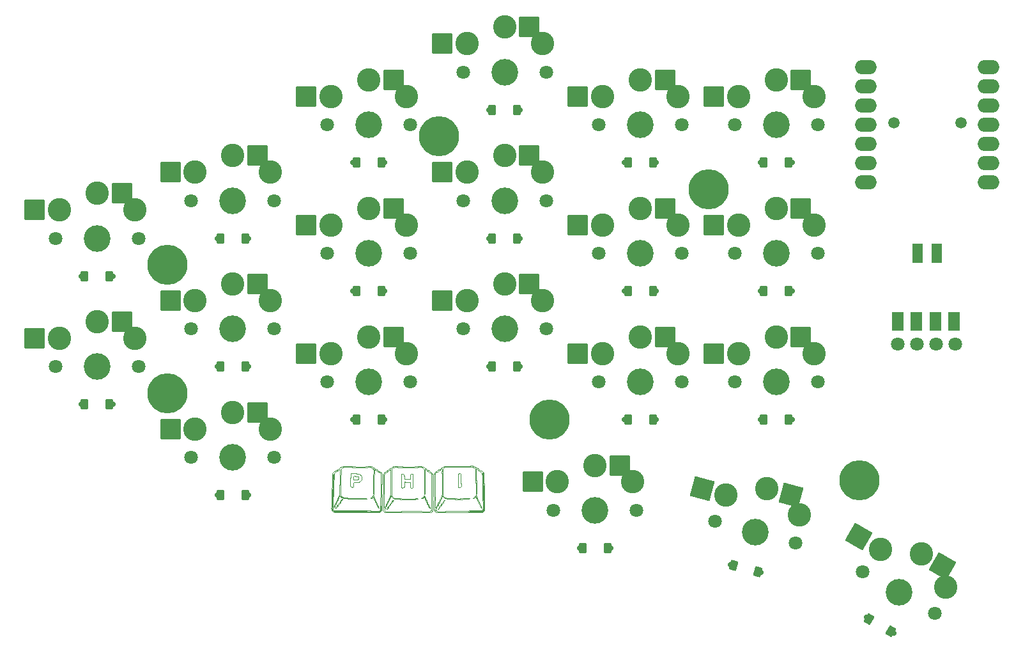
<source format=gbr>
%TF.GenerationSoftware,KiCad,Pcbnew,9.0.1*%
%TF.CreationDate,2025-06-09T17:49:50+02:00*%
%TF.ProjectId,pcb,7063622e-6b69-4636-9164-5f7063625858,v1.0.0*%
%TF.SameCoordinates,Original*%
%TF.FileFunction,Soldermask,Top*%
%TF.FilePolarity,Negative*%
%FSLAX46Y46*%
G04 Gerber Fmt 4.6, Leading zero omitted, Abs format (unit mm)*
G04 Created by KiCad (PCBNEW 9.0.1) date 2025-06-09 17:49:50*
%MOMM*%
%LPD*%
G01*
G04 APERTURE LIST*
G04 Aperture macros list*
%AMRoundRect*
0 Rectangle with rounded corners*
0 $1 Rounding radius*
0 $2 $3 $4 $5 $6 $7 $8 $9 X,Y pos of 4 corners*
0 Add a 4 corners polygon primitive as box body*
4,1,4,$2,$3,$4,$5,$6,$7,$8,$9,$2,$3,0*
0 Add four circle primitives for the rounded corners*
1,1,$1+$1,$2,$3*
1,1,$1+$1,$4,$5*
1,1,$1+$1,$6,$7*
1,1,$1+$1,$8,$9*
0 Add four rect primitives between the rounded corners*
20,1,$1+$1,$2,$3,$4,$5,0*
20,1,$1+$1,$4,$5,$6,$7,0*
20,1,$1+$1,$6,$7,$8,$9,0*
20,1,$1+$1,$8,$9,$2,$3,0*%
%AMFreePoly0*
4,1,16,0.535355,0.785355,0.541603,0.777735,1.041603,0.027735,1.049029,-0.009806,1.041603,-0.027735,0.541603,-0.777735,0.509806,-0.799029,0.500000,-0.800000,-0.500000,-0.800000,-0.535355,-0.785355,-0.550000,-0.750000,-0.550000,0.750000,-0.535355,0.785355,-0.500000,0.800000,0.500000,0.800000,0.535355,0.785355,0.535355,0.785355,$1*%
%AMFreePoly1*
4,1,16,0.535355,0.785355,0.550000,0.750000,0.550000,-0.750000,0.535355,-0.785355,0.500000,-0.800000,-0.650000,-0.800000,-0.685355,-0.785355,-0.700000,-0.750000,-0.691603,-0.722265,-0.210093,0.000000,-0.691603,0.722265,-0.699029,0.759806,-0.677735,0.791603,-0.650000,0.800000,0.500000,0.800000,0.535355,0.785355,0.535355,0.785355,$1*%
G04 Aperture macros list end*
%ADD10C,0.100000*%
%ADD11C,0.000000*%
%ADD12C,1.800000*%
%ADD13FreePoly0,90.000000*%
%ADD14FreePoly1,90.000000*%
%ADD15C,1.801800*%
%ADD16C,3.100000*%
%ADD17C,3.529000*%
%ADD18RoundRect,0.050000X-1.300000X-1.300000X1.300000X-1.300000X1.300000X1.300000X-1.300000X1.300000X0*%
%ADD19RoundRect,0.050000X-1.775833X-0.475833X0.475833X-1.775833X1.775833X0.475833X-0.475833X1.775833X0*%
%ADD20C,5.300000*%
%ADD21RoundRect,0.050000X-0.625000X-1.250000X0.625000X-1.250000X0.625000X1.250000X-0.625000X1.250000X0*%
%ADD22O,2.850000X1.900000*%
%ADD23C,1.497000*%
%ADD24RoundRect,0.050000X-1.592168X-0.919239X0.919239X-1.592168X1.592168X0.919239X-0.919239X1.592168X0*%
%ADD25C,0.700000*%
%ADD26RoundRect,0.050000X-0.450000X-0.600000X0.450000X-0.600000X0.450000X0.600000X-0.450000X0.600000X0*%
%ADD27RoundRect,0.050000X-0.689711X-0.294615X0.089711X-0.744615X0.689711X0.294615X-0.089711X0.744615X0*%
%ADD28RoundRect,0.050000X-0.589958X-0.463087X0.279375X-0.696024X0.589958X0.463087X-0.279375X0.696024X0*%
G04 APERTURE END LIST*
D10*
X217270404Y-164674213D02*
X217393772Y-164714381D01*
X217507058Y-164777573D01*
X217615694Y-164849069D01*
X217723613Y-164921846D01*
X217831597Y-164994222D01*
X217939863Y-165065973D01*
X218049012Y-165136800D01*
X218159327Y-165205483D01*
X218271903Y-165270108D01*
X218385128Y-165334197D01*
X218491493Y-165408625D01*
X218579918Y-165503312D01*
X218635022Y-165620545D01*
X218655655Y-165748786D01*
X218665258Y-165878456D01*
X218671184Y-166008289D01*
X218675346Y-166138179D01*
X218678513Y-166268242D01*
X218680979Y-166398095D01*
X218683310Y-166528133D01*
X218685954Y-166658198D01*
X218689119Y-166787970D01*
X218694224Y-166917892D01*
X218698289Y-167047916D01*
X218701210Y-167177848D01*
X218703699Y-167307785D01*
X218705906Y-167437779D01*
X218708135Y-167567795D01*
X218710805Y-167697802D01*
X218713943Y-167827784D01*
X218717821Y-167957617D01*
X218722493Y-168087541D01*
X218725690Y-168217439D01*
X218728400Y-168347603D01*
X218730720Y-168477466D01*
X218732687Y-168607488D01*
X218734815Y-168737427D01*
X218737317Y-168867299D01*
X218740237Y-168997380D01*
X218743864Y-169127353D01*
X218749207Y-169257145D01*
X218752825Y-169387080D01*
X218755898Y-169517123D01*
X218758656Y-169647164D01*
X218761169Y-169777148D01*
X218763446Y-169907073D01*
X218765460Y-170037097D01*
X218767091Y-170167039D01*
X218767855Y-170297022D01*
X218757278Y-170426394D01*
X218715510Y-170549092D01*
X218640186Y-170654366D01*
X218536532Y-170732321D01*
X218412980Y-170768260D01*
X218283250Y-170777204D01*
X218153362Y-170780974D01*
X218023253Y-170782911D01*
X217893328Y-170783972D01*
X217763185Y-170784560D01*
X217633252Y-170784867D01*
X217503312Y-170785001D01*
X217373293Y-170785032D01*
X217243348Y-170784996D01*
X217113230Y-170784922D01*
X216983304Y-170784827D01*
X216853329Y-170784727D01*
X216723394Y-170784628D01*
X216593320Y-170784568D01*
X216463183Y-170784628D01*
X216333357Y-170784759D01*
X216203355Y-170784959D01*
X216073213Y-170785222D01*
X215943333Y-170785548D01*
X215813391Y-170785936D01*
X215683272Y-170786387D01*
X215553254Y-170786901D01*
X215423309Y-170787477D01*
X215293312Y-170788123D01*
X215163417Y-170788838D01*
X215033261Y-170789630D01*
X214903354Y-170790505D01*
X214773388Y-170791474D01*
X214643277Y-170792557D01*
X214513394Y-170793772D01*
X214383332Y-170795166D01*
X214253450Y-170796808D01*
X214123420Y-170798872D01*
X213993303Y-170801573D01*
X213863409Y-170804052D01*
X213733396Y-170806354D01*
X213603344Y-170808496D01*
X213473550Y-170810478D01*
X213343552Y-170812314D01*
X213213512Y-170813979D01*
X213083420Y-170815439D01*
X212953612Y-170816612D01*
X212823489Y-170817224D01*
X212693504Y-170817574D01*
X212563401Y-170817927D01*
X212433534Y-170818278D01*
X212314896Y-170772414D01*
X212210359Y-170695760D01*
X212130289Y-170594107D01*
X212096840Y-170495356D01*
X212284054Y-170495356D01*
X212353412Y-170604457D01*
X212462169Y-170673826D01*
X212590099Y-170692347D01*
X212719964Y-170693587D01*
X212849986Y-170692621D01*
X212980020Y-170690921D01*
X213110001Y-170688889D01*
X213239967Y-170686689D01*
X213370021Y-170684396D01*
X213499941Y-170682196D01*
X213629895Y-170680038D01*
X213759903Y-170677744D01*
X213889905Y-170675318D01*
X214019842Y-170672756D01*
X214149873Y-170670040D01*
X214279694Y-170667133D01*
X214409753Y-170663855D01*
X214539753Y-170658159D01*
X214669435Y-170653427D01*
X214799532Y-170649371D01*
X214929485Y-170645645D01*
X215059270Y-170641977D01*
X215189245Y-170638311D01*
X215319173Y-170634645D01*
X215449211Y-170630968D01*
X215579051Y-170627287D01*
X215709156Y-170623584D01*
X215839027Y-170619873D01*
X215969030Y-170616077D01*
X216098903Y-170612214D01*
X216228874Y-170608600D01*
X216358777Y-170605191D01*
X216488808Y-170601950D01*
X216618721Y-170598866D01*
X216748689Y-170595921D01*
X216878723Y-170593110D01*
X217008738Y-170590434D01*
X217138636Y-170587902D01*
X217268667Y-170585521D01*
X217398588Y-170583322D01*
X217528671Y-170581349D01*
X217658520Y-170579577D01*
X217788616Y-170577742D01*
X217918595Y-170575810D01*
X218048563Y-170573600D01*
X218178555Y-170570587D01*
X218308396Y-170564250D01*
X218430813Y-170525853D01*
X218521306Y-170433810D01*
X218553308Y-170310346D01*
X218552156Y-170180234D01*
X218549557Y-170050313D01*
X218546320Y-169920452D01*
X218542651Y-169790552D01*
X218538629Y-169660652D01*
X218534496Y-169530504D01*
X218530432Y-169400625D01*
X218526437Y-169270763D01*
X218522519Y-169140732D01*
X218518697Y-169010756D01*
X218514981Y-168880876D01*
X218511381Y-168751016D01*
X218507894Y-168621036D01*
X218504528Y-168491086D01*
X218501278Y-168361112D01*
X218498144Y-168231203D01*
X218495112Y-168101178D01*
X218492177Y-167971185D01*
X218489329Y-167841257D01*
X218486555Y-167711256D01*
X218483850Y-167581339D01*
X218481198Y-167451241D01*
X218478600Y-167321309D01*
X218476046Y-167191397D01*
X218473529Y-167061470D01*
X218470963Y-166931443D01*
X218468380Y-166801312D01*
X218465778Y-166671484D01*
X218463122Y-166541443D01*
X218460392Y-166411626D01*
X218457522Y-166281514D01*
X218454418Y-166151493D01*
X218450883Y-166021647D01*
X218446400Y-165891789D01*
X218439093Y-165761849D01*
X218412031Y-165635485D01*
X218337803Y-165529810D01*
X218239188Y-165445171D01*
X218134806Y-165367658D01*
X218028773Y-165292532D01*
X217922024Y-165218301D01*
X217814655Y-165144994D01*
X217706188Y-165073272D01*
X217643018Y-165081163D01*
X217652365Y-165210734D01*
X217656824Y-165340631D01*
X217660510Y-165470485D01*
X217663742Y-165600424D01*
X217666636Y-165730564D01*
X217669233Y-165860476D01*
X217671564Y-165990412D01*
X217673796Y-166120338D01*
X217676061Y-166250474D01*
X217678360Y-166380524D01*
X217680692Y-166510419D01*
X217683070Y-166640340D01*
X217685510Y-166770402D01*
X217688039Y-166900441D01*
X217690740Y-167030264D01*
X217693801Y-167160297D01*
X217696523Y-167290151D01*
X217699004Y-167420225D01*
X217701312Y-167550120D01*
X217703475Y-167680164D01*
X217705482Y-167810172D01*
X217707549Y-167940185D01*
X217709869Y-168070188D01*
X217712190Y-168200089D01*
X217714510Y-168330078D01*
X217649395Y-168404081D01*
X217627530Y-168285154D01*
X217623138Y-168155175D01*
X217619502Y-168025110D01*
X217616263Y-167895346D01*
X217613269Y-167765370D01*
X217610454Y-167635382D01*
X217607780Y-167505371D01*
X217605223Y-167375425D01*
X217602761Y-167245441D01*
X217600381Y-167115368D01*
X217598078Y-166985413D01*
X217595843Y-166855579D01*
X217593664Y-166725505D01*
X217591544Y-166595497D01*
X217589477Y-166465590D01*
X217587457Y-166335523D01*
X217585525Y-166205492D01*
X217583404Y-166075689D01*
X217581081Y-165945655D01*
X217578579Y-165815513D01*
X217575901Y-165685586D01*
X217573001Y-165555593D01*
X217569748Y-165425833D01*
X217566123Y-165295757D01*
X217560758Y-165165935D01*
X217537669Y-165038560D01*
X217470796Y-164927795D01*
X217375321Y-164839999D01*
X217072828Y-164759868D01*
X216998737Y-164759067D01*
X216868576Y-164762235D01*
X216739002Y-164768993D01*
X216609047Y-164777461D01*
X216479414Y-164784908D01*
X216349662Y-164791464D01*
X216219684Y-164797204D01*
X216089814Y-164802170D01*
X215959745Y-164806411D01*
X215829958Y-164809943D01*
X215699908Y-164812799D01*
X215569871Y-164814976D01*
X215439836Y-164816480D01*
X215309938Y-164817297D01*
X215179903Y-164817412D01*
X215050058Y-164816799D01*
X214919942Y-164815413D01*
X214789867Y-164813199D01*
X214659967Y-164810090D01*
X214529996Y-164805981D01*
X214400103Y-164801268D01*
X214270320Y-164796603D01*
X214140377Y-164792065D01*
X214010418Y-164787836D01*
X213880468Y-164784286D01*
X213750500Y-164782351D01*
X213620592Y-164785283D01*
X213493545Y-164810350D01*
X213381699Y-164875614D01*
X213291369Y-164968675D01*
X213222549Y-165078699D01*
X213194674Y-165202235D01*
X213195570Y-165332175D01*
X213196466Y-165462221D01*
X213197363Y-165592152D01*
X213198229Y-165722066D01*
X213198968Y-165852189D01*
X213199787Y-165982180D01*
X213200690Y-166112109D01*
X213201674Y-166242019D01*
X213202749Y-166372181D01*
X213203909Y-166502068D01*
X213205163Y-166632123D01*
X213206510Y-166761997D01*
X213207962Y-166892003D01*
X213209524Y-167022128D01*
X213211199Y-167152041D01*
X213213004Y-167282168D01*
X213214948Y-167412103D01*
X213217051Y-167542048D01*
X213219338Y-167672027D01*
X213221842Y-167801921D01*
X213224618Y-167931835D01*
X213227756Y-168061994D01*
X213231394Y-168191749D01*
X213235899Y-168321808D01*
X213242568Y-168451545D01*
X213272932Y-168577229D01*
X213335110Y-168691157D01*
X213421556Y-168787836D01*
X213529175Y-168860298D01*
X213653047Y-168897133D01*
X213782320Y-168910512D01*
X213911831Y-168922360D01*
X214041314Y-168933458D01*
X214170909Y-168943567D01*
X214300577Y-168952679D01*
X214430273Y-168960789D01*
X214560117Y-168967902D01*
X214690063Y-168974010D01*
X214819901Y-168979098D01*
X214949750Y-168983164D01*
X215079727Y-168986204D01*
X215209780Y-168988206D01*
X215339699Y-168989155D01*
X215469914Y-168989040D01*
X215599893Y-168987849D01*
X215729898Y-168985564D01*
X215859716Y-168982173D01*
X215989761Y-168977643D01*
X216119502Y-168971975D01*
X216249344Y-168965125D01*
X216379217Y-168957069D01*
X216508742Y-168947805D01*
X216638406Y-168938452D01*
X216768218Y-168932736D01*
X216744719Y-169019496D01*
X216615546Y-169034810D01*
X216486016Y-169045092D01*
X216356186Y-169053371D01*
X216226545Y-169060334D01*
X216096452Y-169066297D01*
X215966697Y-169071350D01*
X215836761Y-169075561D01*
X215706753Y-169078910D01*
X215576704Y-169081326D01*
X215446681Y-169082666D01*
X215316901Y-169082708D01*
X215186772Y-169081442D01*
X215056867Y-169079072D01*
X214926782Y-169075726D01*
X214796966Y-169071503D01*
X214666918Y-169066440D01*
X214537270Y-169060579D01*
X214407355Y-169053881D01*
X214277621Y-169046320D01*
X214147896Y-169037797D01*
X214018141Y-169028137D01*
X213888745Y-169017062D01*
X213759375Y-169003904D01*
X213630471Y-168986956D01*
X213505193Y-168954358D01*
X213392004Y-168890725D01*
X213296221Y-168803280D01*
X213223656Y-168695875D01*
X213157501Y-168638872D01*
X213110196Y-168759867D01*
X213059002Y-168879464D01*
X213005446Y-168997799D01*
X212950416Y-169115558D01*
X212894315Y-169232937D01*
X212837483Y-169349741D01*
X212779904Y-169466290D01*
X212721641Y-169582579D01*
X212662787Y-169698451D01*
X212603197Y-169814107D01*
X212542929Y-169929249D01*
X212481719Y-170043971D01*
X212419289Y-170158002D01*
X212354912Y-170270753D01*
X212284785Y-170380233D01*
X212284054Y-170495356D01*
X212096840Y-170495356D01*
X212089337Y-170473205D01*
X212089768Y-170343087D01*
X212090199Y-170213276D01*
X212090629Y-170083283D01*
X212091061Y-169953211D01*
X212091491Y-169823267D01*
X212091921Y-169693257D01*
X212092354Y-169563182D01*
X212092783Y-169433239D01*
X212093228Y-169303320D01*
X212093591Y-169173215D01*
X212093766Y-169043318D01*
X212093788Y-168913218D01*
X212093681Y-168783132D01*
X212093457Y-168653153D01*
X212093131Y-168523091D01*
X212092708Y-168393177D01*
X212092191Y-168263226D01*
X212091585Y-168133284D01*
X212090888Y-168003214D01*
X212090101Y-167873196D01*
X212089220Y-167743129D01*
X212088242Y-167613291D01*
X212087156Y-167483315D01*
X212085950Y-167353332D01*
X212084611Y-167223178D01*
X212083112Y-167093141D01*
X212081420Y-166963267D01*
X212079727Y-166833233D01*
X212078075Y-166703160D01*
X212076485Y-166573276D01*
X212074987Y-166443277D01*
X212073638Y-166313221D01*
X212072535Y-166183229D01*
X212071881Y-166053304D01*
X212072187Y-165923306D01*
X212075409Y-165793454D01*
X212098986Y-165666256D01*
X212160759Y-165552468D01*
X212254957Y-165463467D01*
X212363137Y-165391527D01*
X212471787Y-165320142D01*
X212580492Y-165248552D01*
X212688969Y-165176961D01*
X212797452Y-165105210D01*
X212905824Y-165033383D01*
X213014154Y-164961725D01*
X213122969Y-164890469D01*
X213232677Y-164820761D01*
X213344947Y-164755472D01*
X213464111Y-164704168D01*
X213592488Y-164684888D01*
X213722373Y-164685062D01*
X213852327Y-164687617D01*
X213982192Y-164691553D01*
X214112206Y-164696207D01*
X214242172Y-164701471D01*
X214371959Y-164706789D01*
X214501831Y-164711564D01*
X214631832Y-164715728D01*
X214761790Y-164719214D01*
X214891632Y-164721960D01*
X215021661Y-164723921D01*
X215151804Y-164725053D01*
X215281774Y-164725321D01*
X215411742Y-164724715D01*
X215541740Y-164723236D01*
X215671788Y-164720901D01*
X215801555Y-164717751D01*
X215931675Y-164713813D01*
X216061520Y-164709160D01*
X216191413Y-164703840D01*
X216321292Y-164697921D01*
X216451001Y-164691468D01*
X216580968Y-164684521D01*
X216710638Y-164677171D01*
X216912357Y-164717359D01*
X216751543Y-164674759D01*
X216881222Y-164667438D01*
X217011127Y-164661743D01*
X217141173Y-164661079D01*
X217270404Y-164674213D01*
X210841228Y-168655954D02*
X210878647Y-168780276D01*
X210924243Y-168902256D01*
X210973279Y-169022583D01*
X211024536Y-169141917D01*
X211077530Y-169260663D01*
X211131901Y-169378800D01*
X211187417Y-169496280D01*
X211244121Y-169613430D01*
X211301718Y-169729775D01*
X211360395Y-169845725D01*
X211420205Y-169961337D01*
X211480999Y-170076218D01*
X211542377Y-170190897D01*
X211535793Y-170290972D01*
X211451524Y-170214697D01*
X211389336Y-170100435D01*
X211328816Y-169985561D01*
X211269091Y-169870010D01*
X211210122Y-169754121D01*
X211151875Y-169637872D01*
X211094491Y-169521245D01*
X211038280Y-169404038D01*
X210984381Y-169285736D01*
X210932965Y-169166386D01*
X210882823Y-169046475D01*
X210833785Y-168925897D01*
X210786829Y-168804747D01*
X210705374Y-168825849D01*
X210607483Y-168910651D01*
X210492157Y-168970473D01*
X210375839Y-168974270D01*
X210451433Y-168888627D01*
X210564657Y-168825495D01*
X210658337Y-168735766D01*
X210727163Y-168626018D01*
X210841228Y-168655954D01*
X199873875Y-169168953D02*
X199801496Y-169276668D01*
X199726138Y-169382686D01*
X199649841Y-169487882D01*
X199572994Y-169592860D01*
X199496051Y-169697489D01*
X199419152Y-169802292D01*
X199342061Y-169907206D01*
X199265051Y-170011695D01*
X199187691Y-170116254D01*
X199110105Y-170220467D01*
X199031078Y-170323989D01*
X198976776Y-170254070D01*
X199050894Y-170147274D01*
X199128436Y-170042930D01*
X199205573Y-169938290D01*
X199282444Y-169833478D01*
X199359223Y-169728620D01*
X199435994Y-169623892D01*
X199512988Y-169519041D01*
X199590178Y-169414250D01*
X199667437Y-169310001D01*
X199814483Y-169117313D01*
X199914074Y-169052843D01*
X199873875Y-169168953D01*
X201785067Y-166024568D02*
X201913994Y-166039512D01*
X202033432Y-166087864D01*
X202096867Y-166197806D01*
X202094193Y-166326953D01*
X202022757Y-166432763D01*
X201906852Y-166487221D01*
X201776847Y-166493835D01*
X201647062Y-166493440D01*
X201517131Y-166487744D01*
X201391595Y-166472415D01*
X201393824Y-166342382D01*
X201395919Y-166212548D01*
X201399625Y-166082476D01*
X201463058Y-166006831D01*
X201785067Y-166024568D01*
X198752535Y-165696918D02*
X198736498Y-165825672D01*
X198729251Y-165955559D01*
X198724922Y-166085429D01*
X198721372Y-166215283D01*
X198717494Y-166345385D01*
X198713421Y-166475243D01*
X198709204Y-166605167D01*
X198704873Y-166735119D01*
X198700448Y-166865149D01*
X198695949Y-166995035D01*
X198691379Y-167124956D01*
X198686752Y-167254764D01*
X198682061Y-167384701D01*
X198677312Y-167514707D01*
X198672514Y-167644587D01*
X198667666Y-167774395D01*
X198662757Y-167904422D01*
X198657802Y-168034303D01*
X198652794Y-168164070D01*
X198647717Y-168294104D01*
X198642588Y-168423851D01*
X198637379Y-168553830D01*
X198632096Y-168683713D01*
X198626722Y-168813596D01*
X198621231Y-168943545D01*
X198615598Y-169073526D01*
X198609847Y-169203202D01*
X198604212Y-169333056D01*
X198598746Y-169463093D01*
X198593531Y-169592853D01*
X198588641Y-169722892D01*
X198584240Y-169852833D01*
X198580583Y-169982729D01*
X198578169Y-170112818D01*
X198578229Y-170242652D01*
X198585471Y-170372369D01*
X198630692Y-170493245D01*
X198716944Y-170589452D01*
X198828356Y-170655780D01*
X198953836Y-170675308D01*
X199083917Y-170675222D01*
X199213807Y-170675136D01*
X199343884Y-170675050D01*
X199473878Y-170674965D01*
X199603888Y-170674878D01*
X199733870Y-170674792D01*
X199863924Y-170674706D01*
X199993933Y-170674618D01*
X200123926Y-170674533D01*
X200253872Y-170674447D01*
X200383950Y-170674360D01*
X200513928Y-170674274D01*
X200643897Y-170674189D01*
X200773805Y-170674103D01*
X200903982Y-170673985D01*
X201033944Y-170673881D01*
X201163998Y-170673823D01*
X201293995Y-170673815D01*
X201423956Y-170673852D01*
X201553863Y-170673939D01*
X201684018Y-170674070D01*
X201813905Y-170674251D01*
X201943844Y-170674484D01*
X202073820Y-170674771D01*
X202203980Y-170675117D01*
X202333875Y-170675526D01*
X202463974Y-170676009D01*
X202593812Y-170676577D01*
X202723937Y-170677254D01*
X202853801Y-170678069D01*
X202983899Y-170679098D01*
X203113914Y-170680523D01*
X203243854Y-170683109D01*
X203373764Y-170686030D01*
X203503822Y-170688836D01*
X203633795Y-170691547D01*
X203763671Y-170694168D01*
X203893823Y-170696699D01*
X204023748Y-170699114D01*
X204153696Y-170701383D01*
X204283543Y-170703655D01*
X204413675Y-170705633D01*
X204543633Y-170706495D01*
X204673588Y-170703721D01*
X204801985Y-170685838D01*
X204909443Y-170615364D01*
X204992541Y-170515950D01*
X205029553Y-170392249D01*
X205037459Y-170262476D01*
X205040068Y-170132467D01*
X205050047Y-170003117D01*
X205058513Y-170116491D01*
X205056741Y-170246735D01*
X205051666Y-170376562D01*
X205033520Y-170505122D01*
X204971025Y-170617578D01*
X204875101Y-170704878D01*
X204751420Y-170741180D01*
X204621745Y-170748922D01*
X204491870Y-170750486D01*
X204361748Y-170750268D01*
X204231690Y-170749513D01*
X204101709Y-170748171D01*
X203971716Y-170746503D01*
X203841736Y-170744604D01*
X203711828Y-170742505D01*
X203581889Y-170740208D01*
X203451931Y-170737697D01*
X203321936Y-170734930D01*
X203191955Y-170731808D01*
X203061836Y-170728917D01*
X202931888Y-170726830D01*
X202802062Y-170725085D01*
X202672049Y-170723540D01*
X202541984Y-170722135D01*
X202411953Y-170720836D01*
X202282125Y-170719624D01*
X202152003Y-170718479D01*
X202022024Y-170717399D01*
X201892004Y-170716373D01*
X201762046Y-170715395D01*
X201631919Y-170714462D01*
X201502008Y-170713573D01*
X201372072Y-170712723D01*
X201241991Y-170711912D01*
X201111981Y-170711139D01*
X200982047Y-170710402D01*
X200851988Y-170709704D01*
X200722002Y-170709040D01*
X200592031Y-170708384D01*
X200461959Y-170707719D01*
X200332034Y-170707048D01*
X200202103Y-170706361D01*
X200072141Y-170705654D01*
X199941965Y-170704916D01*
X199812159Y-170704141D01*
X199682109Y-170703303D01*
X199551994Y-170702377D01*
X199422005Y-170701317D01*
X199291950Y-170700043D01*
X199162169Y-170698398D01*
X199032058Y-170695991D01*
X198902184Y-170691463D01*
X198775033Y-170669053D01*
X198669228Y-170594465D01*
X198588742Y-170493020D01*
X198555677Y-170368430D01*
X198550312Y-170238562D01*
X198550547Y-170108434D01*
X198552805Y-169978481D01*
X198556031Y-169848605D01*
X198559794Y-169718705D01*
X198563885Y-169588626D01*
X198568165Y-169458875D01*
X198572489Y-169328772D01*
X198576801Y-169198850D01*
X198581129Y-169069050D01*
X198585490Y-168939145D01*
X198589891Y-168809208D01*
X198594354Y-168679238D01*
X198598916Y-168549347D01*
X198603380Y-168419380D01*
X198607719Y-168289401D01*
X198612358Y-168159656D01*
X198617342Y-168029720D01*
X198622904Y-167899740D01*
X198627745Y-167769838D01*
X198632261Y-167639832D01*
X198636613Y-167509960D01*
X198640851Y-167380020D01*
X198644985Y-167250118D01*
X198649094Y-167120250D01*
X198653277Y-166990214D01*
X198657465Y-166860254D01*
X198661666Y-166730398D01*
X198665898Y-166600487D01*
X198670178Y-166470545D01*
X198674538Y-166340615D01*
X198679033Y-166210751D01*
X198683793Y-166080802D01*
X198689115Y-165950855D01*
X198696108Y-165821156D01*
X198717929Y-165693532D01*
X198752535Y-165696918D01*
X208111648Y-165770703D02*
X208114102Y-165900721D01*
X208116550Y-166030479D01*
X208119002Y-166160516D01*
X208121456Y-166290516D01*
X208123908Y-166420516D01*
X208237478Y-166438524D01*
X208367343Y-166439853D01*
X208497345Y-166441186D01*
X208627324Y-166442102D01*
X208757269Y-166442992D01*
X208884726Y-166441299D01*
X208884726Y-166311174D01*
X208884726Y-166181129D01*
X208884755Y-166051265D01*
X208885404Y-165921138D01*
X208890153Y-165791325D01*
X208988828Y-165743557D01*
X209118855Y-165741899D01*
X209248499Y-165748291D01*
X209279705Y-165863638D01*
X209282729Y-165993771D01*
X209284700Y-166123664D01*
X209286168Y-166253779D01*
X209287310Y-166383629D01*
X209288225Y-166513688D01*
X209288960Y-166643640D01*
X209289378Y-166773530D01*
X209289720Y-166903685D01*
X209289954Y-167033689D01*
X209289961Y-167163774D01*
X209289461Y-167293552D01*
X209287453Y-167423517D01*
X209262973Y-167546412D01*
X209134087Y-167561277D01*
X209004118Y-167561335D01*
X208892411Y-167520900D01*
X208885504Y-167391209D01*
X208884787Y-167261233D01*
X208884727Y-167131173D01*
X208884726Y-167001240D01*
X208884726Y-166871183D01*
X208831180Y-166794865D01*
X208701267Y-166794866D01*
X208571029Y-166794865D01*
X208441108Y-166794187D01*
X208311115Y-166792084D01*
X208181220Y-166786351D01*
X208117727Y-166843776D01*
X208117727Y-166973793D01*
X208117726Y-167103774D01*
X208117570Y-167233837D01*
X208116308Y-167363837D01*
X208110866Y-167493703D01*
X208015047Y-167547022D01*
X207884988Y-167548793D01*
X207755374Y-167542203D01*
X207717619Y-167431319D01*
X207715344Y-167301482D01*
X207714822Y-167171340D01*
X207714996Y-167041459D01*
X207715539Y-166911527D01*
X207716304Y-166781376D01*
X207717213Y-166651408D01*
X207718241Y-166521366D01*
X207719316Y-166391349D01*
X207720494Y-166261406D01*
X207721890Y-166131402D01*
X207723787Y-166001575D01*
X207727189Y-165871633D01*
X207748459Y-165745815D01*
X208003858Y-165739134D01*
X208111648Y-165770703D01*
X206317619Y-165316231D02*
X206313686Y-165446172D01*
X206311572Y-165576110D01*
X206310221Y-165706201D01*
X206309288Y-165836073D01*
X206308608Y-165966206D01*
X206308100Y-166096273D01*
X206307711Y-166226142D01*
X206307406Y-166356181D01*
X206307164Y-166486264D01*
X206306972Y-166616239D01*
X206306810Y-166746234D01*
X206306623Y-166876208D01*
X206306476Y-167006296D01*
X206306373Y-167136056D01*
X206306310Y-167266278D01*
X206306289Y-167396156D01*
X206306309Y-167526148D01*
X206306376Y-167656141D01*
X206306494Y-167786096D01*
X206306669Y-167916117D01*
X206306924Y-168046101D01*
X206307300Y-168176070D01*
X206308073Y-168306077D01*
X206303768Y-168435829D01*
X206274660Y-168562402D01*
X206230570Y-168684681D01*
X206181206Y-168805065D01*
X206129119Y-168923964D01*
X206074547Y-169041969D01*
X206018789Y-169159404D01*
X205962223Y-169276518D01*
X205905054Y-169393345D01*
X205847442Y-169509779D01*
X205789323Y-169626037D01*
X205730707Y-169742090D01*
X205671476Y-169858038D01*
X205611709Y-169973434D01*
X205551022Y-170088326D01*
X205488473Y-170202371D01*
X205434753Y-170241374D01*
X205432679Y-170111412D01*
X205433282Y-169981354D01*
X205435292Y-169851285D01*
X205437350Y-169721383D01*
X205439315Y-169591234D01*
X205441189Y-169461487D01*
X205442991Y-169331401D01*
X205444723Y-169201345D01*
X205446387Y-169071404D01*
X205447990Y-168941387D01*
X205449535Y-168811492D01*
X205451025Y-168681446D01*
X205452460Y-168551400D01*
X205453841Y-168421505D01*
X205455167Y-168291464D01*
X205456442Y-168161444D01*
X205457659Y-168031420D01*
X205458820Y-167901401D01*
X205459922Y-167771459D01*
X205460961Y-167641527D01*
X205461932Y-167511458D01*
X205462828Y-167381458D01*
X205463642Y-167251546D01*
X205464357Y-167121507D01*
X205464958Y-166991452D01*
X205465417Y-166861563D01*
X205465685Y-166731503D01*
X205465759Y-166601410D01*
X205466046Y-166471417D01*
X205466665Y-166341564D01*
X205467696Y-166211544D01*
X205469291Y-166081500D01*
X205471820Y-165951489D01*
X205477143Y-165821572D01*
X205512018Y-165697187D01*
X205599475Y-165602389D01*
X205708279Y-165531236D01*
X205818048Y-165462027D01*
X205927219Y-165391222D01*
X206035768Y-165319503D01*
X206143477Y-165246823D01*
X206251581Y-165174790D01*
X206317619Y-165316231D01*
X210384856Y-164833500D02*
X210508526Y-164871942D01*
X210614957Y-164945664D01*
X210697917Y-165045500D01*
X210747813Y-165164703D01*
X210751757Y-165294411D01*
X210754050Y-165424542D01*
X210755936Y-165554398D01*
X210757577Y-165684513D01*
X210759030Y-165814454D01*
X210760323Y-165944561D01*
X210761471Y-166074557D01*
X210762481Y-166204426D01*
X210763356Y-166334472D01*
X210764185Y-166464525D01*
X210765038Y-166594483D01*
X210765920Y-166724329D01*
X210766836Y-166854455D01*
X210767794Y-166984323D01*
X210768803Y-167114472D01*
X210769872Y-167244473D01*
X210771018Y-167374518D01*
X210772259Y-167504373D01*
X210773627Y-167634381D01*
X210775162Y-167764324D01*
X210776932Y-167894254D01*
X210779059Y-168024379D01*
X210781766Y-168154330D01*
X210785644Y-168284232D01*
X210793869Y-168413853D01*
X210856910Y-168377026D01*
X210861430Y-168247140D01*
X210863061Y-168117167D01*
X210863841Y-167987211D01*
X210864217Y-167857206D01*
X210864365Y-167727277D01*
X210864371Y-167597041D01*
X210864284Y-167467159D01*
X210864133Y-167337180D01*
X210863936Y-167207185D01*
X210863709Y-167077200D01*
X210863461Y-166947199D01*
X210863121Y-166817090D01*
X210862650Y-166687082D01*
X210862108Y-166557059D01*
X210861496Y-166427124D01*
X210860806Y-166297236D01*
X210860029Y-166167040D01*
X210859158Y-166037047D01*
X210858178Y-165907194D01*
X210857062Y-165777053D01*
X210855775Y-165647232D01*
X210854236Y-165517144D01*
X210852270Y-165387227D01*
X210849029Y-165257298D01*
X210839375Y-165127673D01*
X210935057Y-165165298D01*
X211043862Y-165236377D01*
X211152924Y-165306872D01*
X211262451Y-165377269D01*
X211371944Y-165447267D01*
X211481809Y-165516890D01*
X211590396Y-165587962D01*
X211679842Y-165681667D01*
X211725227Y-165799477D01*
X211725227Y-165929538D01*
X211725227Y-166059593D01*
X211725226Y-166189675D01*
X211725226Y-166319700D01*
X211725227Y-166449626D01*
X211725227Y-166579471D01*
X211725226Y-166709711D01*
X211725226Y-166839484D01*
X211725227Y-166969472D01*
X211725227Y-167099641D01*
X211725407Y-167229561D01*
X211725694Y-167359507D01*
X211726033Y-167489708D01*
X211726426Y-167619705D01*
X211726873Y-167749500D01*
X211727381Y-167879471D01*
X211727959Y-168009489D01*
X211728615Y-168139567D01*
X211729365Y-168269616D01*
X211730235Y-168399684D01*
X211731267Y-168529625D01*
X211732555Y-168659639D01*
X211734351Y-168789491D01*
X211737477Y-168919427D01*
X211740643Y-169049481D01*
X211743502Y-169179500D01*
X211746061Y-169309334D01*
X211748324Y-169439415D01*
X211750273Y-169569292D01*
X211751894Y-169699273D01*
X211753149Y-169829378D01*
X211753975Y-169959370D01*
X211754259Y-170089443D01*
X211753780Y-170219403D01*
X211751959Y-170349345D01*
X211744083Y-170478938D01*
X211681247Y-170591390D01*
X211577131Y-170667370D01*
X211448604Y-170682764D01*
X211318685Y-170684912D01*
X211188588Y-170685234D01*
X211058676Y-170684914D01*
X210928528Y-170684297D01*
X210798685Y-170683533D01*
X210668474Y-170682684D01*
X210538597Y-170681799D01*
X210408621Y-170680969D01*
X210278515Y-170680211D01*
X210148484Y-170679522D01*
X210018594Y-170678902D01*
X209888630Y-170678355D01*
X209758660Y-170677877D01*
X209628488Y-170677471D01*
X209498605Y-170677138D01*
X209368680Y-170676880D01*
X209238669Y-170676698D01*
X209108535Y-170676591D01*
X208978645Y-170676565D01*
X208848578Y-170676619D01*
X208718714Y-170676757D01*
X208588661Y-170676980D01*
X208458567Y-170677293D01*
X208328577Y-170677698D01*
X208198609Y-170678200D01*
X208068602Y-170678801D01*
X207938521Y-170679510D01*
X207808589Y-170680329D01*
X207678597Y-170681267D01*
X207548605Y-170682333D01*
X207418712Y-170683532D01*
X207288650Y-170684883D01*
X207158648Y-170686392D01*
X207028601Y-170688080D01*
X206898714Y-170689962D01*
X206768580Y-170692071D01*
X206638730Y-170694427D01*
X206508714Y-170696938D01*
X206378724Y-170699396D01*
X206248759Y-170701701D01*
X206118794Y-170703666D01*
X205988855Y-170704880D01*
X205858886Y-170704306D01*
X205729048Y-170698294D01*
X205604538Y-170664825D01*
X205510533Y-170576644D01*
X205453498Y-170460779D01*
X205509326Y-170345128D01*
X205575447Y-170233313D01*
X205638461Y-170119555D01*
X205699845Y-170004863D01*
X205760084Y-169889697D01*
X205819450Y-169774180D01*
X205878241Y-169658057D01*
X205936277Y-169541856D01*
X205993736Y-169425292D01*
X206050634Y-169308291D01*
X206106804Y-169191050D01*
X206162102Y-169073580D01*
X206216488Y-168955355D01*
X206269286Y-168836502D01*
X206318925Y-168716534D01*
X206372923Y-168630129D01*
X206431587Y-168745806D01*
X206514866Y-168845329D01*
X206614732Y-168928273D01*
X206732246Y-168982283D01*
X206859862Y-169006458D01*
X206988880Y-169021637D01*
X207118341Y-169033907D01*
X207247947Y-169044933D01*
X207377446Y-169055458D01*
X207507070Y-169065499D01*
X207636668Y-169074657D01*
X207766646Y-169082607D01*
X207896367Y-169089011D01*
X208026390Y-169093799D01*
X208156159Y-169097079D01*
X208286201Y-169099158D01*
X208416189Y-169100343D01*
X208546274Y-169100909D01*
X208676270Y-169101065D01*
X208806235Y-169100884D01*
X208936198Y-169100254D01*
X209066289Y-169098995D01*
X209196216Y-169096857D01*
X209326249Y-169093455D01*
X209456045Y-169088273D01*
X209585921Y-169080686D01*
X209715489Y-169070795D01*
X209844820Y-169059180D01*
X209921519Y-168992552D01*
X209803958Y-168971737D01*
X209674160Y-168981061D01*
X209544493Y-168989315D01*
X209414665Y-168995896D01*
X209284733Y-169001186D01*
X209154714Y-169005388D01*
X209024948Y-169008612D01*
X208894955Y-169010921D01*
X208764866Y-169012320D01*
X208634831Y-169012773D01*
X208504807Y-169012199D01*
X208374833Y-169010440D01*
X208244915Y-169007236D01*
X208115071Y-169002427D01*
X207985155Y-168996745D01*
X207855181Y-168990318D01*
X207725552Y-168983213D01*
X207595647Y-168975407D01*
X207465978Y-168966904D01*
X207336337Y-168957624D01*
X207206803Y-168947435D01*
X207077267Y-168936053D01*
X206947942Y-168922862D01*
X206819075Y-168905632D01*
X206696437Y-168864614D01*
X206592189Y-168787537D01*
X206509996Y-168687225D01*
X206451846Y-168571313D01*
X206426095Y-168444334D01*
X206422713Y-168314444D01*
X206422396Y-168184352D01*
X206422502Y-168054291D01*
X206422875Y-167924320D01*
X206423402Y-167794375D01*
X206424040Y-167664403D01*
X206424762Y-167534398D01*
X206425558Y-167404385D01*
X206426417Y-167274463D01*
X206427335Y-167144381D01*
X206428307Y-167014384D01*
X206429332Y-166884361D01*
X206430411Y-166754406D01*
X206431544Y-166624550D01*
X206432733Y-166494433D01*
X206433981Y-166364401D01*
X206435292Y-166234492D01*
X206436672Y-166104488D01*
X206438133Y-165974487D01*
X206439659Y-165844356D01*
X206441103Y-165714553D01*
X206442549Y-165584385D01*
X206443992Y-165454470D01*
X206445438Y-165324418D01*
X206446882Y-165194435D01*
X206490903Y-165074697D01*
X206563629Y-164967640D01*
X206668126Y-164891298D01*
X206788194Y-164841883D01*
X206917164Y-164827199D01*
X207047063Y-164827958D01*
X207176960Y-164832941D01*
X207306838Y-164839409D01*
X207525979Y-164850976D01*
X207656014Y-164855424D01*
X207785947Y-164858483D01*
X207915974Y-164860688D01*
X208045852Y-164862270D01*
X208175831Y-164863371D01*
X208305880Y-164864064D01*
X208435908Y-164864400D01*
X208565826Y-164864405D01*
X208695756Y-164864102D01*
X208825728Y-164863497D01*
X208955780Y-164862580D01*
X209085860Y-164861341D01*
X209215736Y-164859756D01*
X209345865Y-164857772D01*
X209475773Y-164855327D01*
X209605840Y-164852293D01*
X209735795Y-164848455D01*
X209865578Y-164843356D01*
X209995313Y-164836480D01*
X210125212Y-164830204D01*
X210255160Y-164826706D01*
X210384856Y-164833500D01*
X206608827Y-169316993D02*
X206535129Y-169423826D01*
X206460185Y-169530071D01*
X206384731Y-169635927D01*
X206308976Y-169741586D01*
X206232997Y-169847181D01*
X206156943Y-169952628D01*
X206080836Y-170057985D01*
X206004621Y-170163377D01*
X205928425Y-170268661D01*
X205849207Y-170371644D01*
X205750553Y-170393076D01*
X205806099Y-170279969D01*
X205882490Y-170174712D01*
X205958345Y-170069148D01*
X206034003Y-169963473D01*
X206109539Y-169857701D01*
X206185039Y-169751828D01*
X206260777Y-169646173D01*
X206336493Y-169540464D01*
X206412084Y-169434884D01*
X206487873Y-169329041D01*
X206563670Y-169223426D01*
X206678926Y-169207454D01*
X206608827Y-169316993D01*
X215544180Y-165680103D02*
X215624516Y-165759866D01*
X215631387Y-165889659D01*
X215634622Y-166019620D01*
X215636991Y-166149668D01*
X215639016Y-166279615D01*
X215640891Y-166409614D01*
X215642690Y-166539527D01*
X215644573Y-166669598D01*
X215646450Y-166799574D01*
X215648181Y-166929484D01*
X215649671Y-167059518D01*
X215650710Y-167189489D01*
X215650762Y-167319655D01*
X215646998Y-167449475D01*
X215545538Y-167501891D01*
X215415861Y-167508667D01*
X215287257Y-167492740D01*
X215251012Y-167377426D01*
X215247478Y-167247478D01*
X215245208Y-167117662D01*
X215243549Y-166987686D01*
X215242284Y-166857464D01*
X215241311Y-166727592D01*
X215240566Y-166597518D01*
X215239919Y-166467483D01*
X215239325Y-166337610D01*
X215238849Y-166207502D01*
X215238605Y-166077644D01*
X215238842Y-165947515D01*
X215240381Y-165817645D01*
X215254628Y-165689927D01*
X215414101Y-165676902D01*
X215544180Y-165680103D01*
X213432255Y-169297757D02*
X213356913Y-169403725D01*
X213281460Y-169509343D01*
X213205687Y-169615206D01*
X213130007Y-169720839D01*
X213054253Y-169826528D01*
X212978553Y-169932110D01*
X212902890Y-170037740D01*
X212827000Y-170143292D01*
X212750190Y-170248224D01*
X212670609Y-170351087D01*
X212575064Y-170408628D01*
X212614575Y-170292154D01*
X212687774Y-170184836D01*
X212762572Y-170078355D01*
X212837806Y-169972312D01*
X212913228Y-169866486D01*
X212988839Y-169760657D01*
X213064471Y-169654944D01*
X213140103Y-169549321D01*
X213215768Y-169443703D01*
X213291564Y-169337923D01*
X213367293Y-169232252D01*
X213506454Y-169190936D01*
X213432255Y-169297757D01*
X199626641Y-165161235D02*
X199617299Y-165290952D01*
X199611936Y-165420744D01*
X199607685Y-165550671D01*
X199603908Y-165680625D01*
X199600371Y-165810638D01*
X199596970Y-165940555D01*
X199593685Y-166070453D01*
X199590304Y-166200325D01*
X199586813Y-166330456D01*
X199583246Y-166460368D01*
X199579612Y-166590171D01*
X199575914Y-166720233D01*
X199572168Y-166850236D01*
X199568387Y-166980204D01*
X199564582Y-167110143D01*
X199560869Y-167240134D01*
X199557399Y-167369973D01*
X199554076Y-167499933D01*
X199550867Y-167629902D01*
X199547754Y-167759961D01*
X199544747Y-167889937D01*
X199541990Y-168019835D01*
X199539220Y-168149762D01*
X199535227Y-168279640D01*
X199524882Y-168409139D01*
X199489837Y-168534283D01*
X199441883Y-168654967D01*
X199390352Y-168774410D01*
X199337074Y-168892828D01*
X199282398Y-169010976D01*
X199226901Y-169128326D01*
X199170450Y-169245519D01*
X199113272Y-169362244D01*
X199055305Y-169478678D01*
X198996663Y-169594520D01*
X198937068Y-169710126D01*
X198876490Y-169825175D01*
X198814655Y-169939498D01*
X198750891Y-170052940D01*
X198684554Y-170164654D01*
X198666726Y-170098999D01*
X198667381Y-169968982D01*
X198670564Y-169839061D01*
X198674546Y-169709137D01*
X198678958Y-169579105D01*
X198683678Y-169449269D01*
X198688675Y-169319405D01*
X198693947Y-169189571D01*
X198699539Y-169059483D01*
X198705502Y-168929807D01*
X198712070Y-168799783D01*
X198718108Y-168669997D01*
X198723767Y-168540120D01*
X198729292Y-168410233D01*
X198734731Y-168280368D01*
X198740105Y-168150449D01*
X198745421Y-168020641D01*
X198750690Y-167890697D01*
X198755899Y-167760922D01*
X198761059Y-167630981D01*
X198766154Y-167501051D01*
X198771169Y-167371232D01*
X198776087Y-167241221D01*
X198780847Y-167111271D01*
X198785240Y-166981369D01*
X198789405Y-166851556D01*
X198793631Y-166721416D01*
X198797917Y-166591620D01*
X198802308Y-166461605D01*
X198806827Y-166331771D01*
X198811481Y-166201772D01*
X198816075Y-166071878D01*
X198821989Y-165941938D01*
X198830352Y-165812335D01*
X198850904Y-165684484D01*
X198921149Y-165576069D01*
X199018620Y-165490143D01*
X199123554Y-165413466D01*
X199230968Y-165340555D01*
X199338869Y-165267722D01*
X199446243Y-165194529D01*
X199553059Y-165120499D01*
X199626641Y-165161235D01*
X204085815Y-168685833D02*
X204128748Y-168808331D01*
X204175891Y-168929579D01*
X204225211Y-169049760D01*
X204276203Y-169169545D01*
X204328317Y-169288537D01*
X204381495Y-169407075D01*
X204435692Y-169525312D01*
X204490833Y-169643199D01*
X204546788Y-169760491D01*
X204603631Y-169877293D01*
X204661300Y-169993799D01*
X204717958Y-170110985D01*
X204764790Y-170231883D01*
X204684907Y-170236527D01*
X204622893Y-170122306D01*
X204564558Y-170006218D01*
X204506966Y-169889708D01*
X204450206Y-169772625D01*
X204394393Y-169655476D01*
X204339197Y-169537794D01*
X204284623Y-169419628D01*
X204230812Y-169301195D01*
X204177935Y-169182553D01*
X204126168Y-169063292D01*
X204076522Y-168943310D01*
X204031372Y-168821275D01*
X203973922Y-168754143D01*
X203881284Y-168845358D01*
X203774781Y-168919794D01*
X203655731Y-168969905D01*
X203635557Y-168883850D01*
X203751890Y-168826141D01*
X203854366Y-168746591D01*
X203929936Y-168641260D01*
X203989683Y-168526005D01*
X204085815Y-168685833D01*
X201361386Y-165659706D02*
X201491191Y-165664846D01*
X201621141Y-165671158D01*
X201750910Y-165678618D01*
X201880610Y-165687543D01*
X202010073Y-165699145D01*
X202137215Y-165725104D01*
X202255615Y-165778014D01*
X202358735Y-165856613D01*
X202438887Y-165958434D01*
X202490847Y-166077474D01*
X202513345Y-166205148D01*
X202508824Y-166334759D01*
X202476757Y-166460554D01*
X202416017Y-166575061D01*
X202329239Y-166671392D01*
X202222472Y-166745043D01*
X202102682Y-166795082D01*
X201975103Y-166818285D01*
X201845337Y-166827563D01*
X201715419Y-166831360D01*
X201585316Y-166829854D01*
X201455827Y-166819938D01*
X201376293Y-166872408D01*
X201371605Y-167002124D01*
X201370676Y-167132193D01*
X201368892Y-167262208D01*
X201359543Y-167391759D01*
X201276334Y-167466281D01*
X201146379Y-167462950D01*
X201016975Y-167451669D01*
X200964328Y-167348465D01*
X200966874Y-167218372D01*
X200972454Y-167088629D01*
X200977447Y-166958723D01*
X200982052Y-166828634D01*
X200986432Y-166698712D01*
X200990650Y-166568906D01*
X200994747Y-166438927D01*
X200998721Y-166309009D01*
X201002968Y-166179041D01*
X201007491Y-166049189D01*
X201012544Y-165919295D01*
X201018908Y-165789287D01*
X201035251Y-165661319D01*
X201231429Y-165656062D01*
X201361386Y-165659706D01*
X200342451Y-164786122D02*
X200472260Y-164792089D01*
X200602055Y-164799595D01*
X200731856Y-164807849D01*
X201012091Y-164826874D01*
X201142047Y-164834868D01*
X201271688Y-164840935D01*
X201401764Y-164844924D01*
X201531581Y-164847292D01*
X201661694Y-164848642D01*
X201791797Y-164849391D01*
X201921768Y-164849787D01*
X202051595Y-164849980D01*
X202181705Y-164850053D01*
X202311673Y-164850049D01*
X202441690Y-164849820D01*
X202571694Y-164849331D01*
X202701726Y-164848581D01*
X202831798Y-164847557D01*
X202961700Y-164846229D01*
X203091697Y-164844527D01*
X203221645Y-164842282D01*
X203351714Y-164838887D01*
X203481367Y-164831946D01*
X203611420Y-164831843D01*
X203738890Y-164855025D01*
X203856307Y-164910361D01*
X203954266Y-164994910D01*
X204021742Y-165105325D01*
X204052210Y-165231197D01*
X204053593Y-165361227D01*
X204052356Y-165491288D01*
X204050883Y-165621252D01*
X204049283Y-165751183D01*
X204047596Y-165881196D01*
X204045840Y-166011242D01*
X204044030Y-166141087D01*
X204042164Y-166271093D01*
X204040239Y-166401064D01*
X204038252Y-166531168D01*
X204036192Y-166661076D01*
X204034024Y-166791113D01*
X204031670Y-166921048D01*
X204028668Y-167051146D01*
X204026517Y-167181018D01*
X204024966Y-167310962D01*
X204023713Y-167440971D01*
X204022694Y-167570949D01*
X204021893Y-167700965D01*
X204021364Y-167831041D01*
X204021134Y-167961071D01*
X204021105Y-168091084D01*
X204021668Y-168221050D01*
X204024738Y-168350921D01*
X204089684Y-168395593D01*
X204098453Y-168266003D01*
X204102070Y-168136185D01*
X204104758Y-168006104D01*
X204107047Y-167876137D01*
X204109126Y-167746018D01*
X204111074Y-167616046D01*
X204112938Y-167486256D01*
X204114747Y-167356220D01*
X204116519Y-167226135D01*
X204118263Y-167096172D01*
X204119987Y-166966214D01*
X204121695Y-166836251D01*
X204123397Y-166706250D01*
X204125090Y-166576241D01*
X204126784Y-166446328D01*
X204128644Y-166316212D01*
X204130542Y-166186261D01*
X204132494Y-166056252D01*
X204134509Y-165926288D01*
X204136617Y-165796303D01*
X204138861Y-165666218D01*
X204141341Y-165536298D01*
X204144462Y-165406411D01*
X204146711Y-165276422D01*
X204129471Y-165147743D01*
X204197666Y-165147293D01*
X204306650Y-165217871D01*
X204415866Y-165288495D01*
X204525156Y-165359095D01*
X204634371Y-165429565D01*
X204743519Y-165500196D01*
X204852271Y-165571207D01*
X204957170Y-165647715D01*
X205028329Y-165755627D01*
X205053865Y-165882044D01*
X205054337Y-166011939D01*
X205052781Y-166141959D01*
X205050468Y-166271970D01*
X205047735Y-166402025D01*
X205044735Y-166531984D01*
X205041548Y-166661852D01*
X205038213Y-166791943D01*
X205034777Y-166921797D01*
X205031251Y-167051672D01*
X205027654Y-167181634D01*
X205023995Y-167311732D01*
X205020291Y-167441607D01*
X205016544Y-167571558D01*
X205012757Y-167701592D01*
X205008945Y-167831461D01*
X205005102Y-167961403D01*
X205001237Y-168091369D01*
X204997473Y-168221255D01*
X204993805Y-168351108D01*
X204990214Y-168481105D01*
X204986694Y-168611106D01*
X204983243Y-168741029D01*
X204979851Y-168871003D01*
X204976519Y-169001040D01*
X204973248Y-169130915D01*
X204970035Y-169260901D01*
X204966889Y-169390760D01*
X204963812Y-169520766D01*
X204960826Y-169650819D01*
X204958037Y-169780697D01*
X204955463Y-169910680D01*
X204952888Y-170040748D01*
X204950315Y-170170677D01*
X204947740Y-170300687D01*
X204933055Y-170427709D01*
X204865846Y-170538337D01*
X204757145Y-170608532D01*
X204630352Y-170620244D01*
X204500320Y-170619596D01*
X204370219Y-170618191D01*
X204240217Y-170615746D01*
X204110339Y-170612110D01*
X203980367Y-170606755D01*
X203850619Y-170602521D01*
X203720638Y-170599110D01*
X203590476Y-170596259D01*
X203460479Y-170593831D01*
X203330699Y-170591741D01*
X203200521Y-170589920D01*
X203070584Y-170588339D01*
X202940617Y-170586965D01*
X202810656Y-170585772D01*
X202680545Y-170584743D01*
X202550647Y-170583869D01*
X202420548Y-170583134D01*
X202290664Y-170582532D01*
X202160644Y-170582054D01*
X202030553Y-170581695D01*
X201900673Y-170581447D01*
X201770749Y-170581310D01*
X201640740Y-170581278D01*
X201510583Y-170581349D01*
X201380723Y-170581520D01*
X201250662Y-170581789D01*
X201120682Y-170582156D01*
X200990657Y-170582619D01*
X200860716Y-170583177D01*
X200730568Y-170583830D01*
X200600591Y-170584545D01*
X200470593Y-170585193D01*
X200340679Y-170585824D01*
X200210655Y-170586436D01*
X200080626Y-170587019D01*
X199950602Y-170587563D01*
X199820663Y-170588051D01*
X199690644Y-170588464D01*
X199560596Y-170588764D01*
X199430645Y-170588890D01*
X199300730Y-170588736D01*
X199170601Y-170588068D01*
X199040781Y-170586244D01*
X198910796Y-170579679D01*
X198792199Y-170529994D01*
X198705628Y-170434670D01*
X198690053Y-170310112D01*
X198765711Y-170204993D01*
X198831864Y-170093088D01*
X198895252Y-169979480D01*
X198957071Y-169865158D01*
X199017823Y-169750299D01*
X199077808Y-169634855D01*
X199137008Y-169519114D01*
X199195438Y-169403157D01*
X199253326Y-169286519D01*
X199310347Y-169169742D01*
X199366456Y-169052662D01*
X199421591Y-168934912D01*
X199475343Y-168816426D01*
X199526795Y-168697095D01*
X199577509Y-168577303D01*
X199645766Y-168645637D01*
X199722918Y-168750027D01*
X199818846Y-168837286D01*
X199931346Y-168902135D01*
X200057738Y-168930149D01*
X200186791Y-168945021D01*
X200316019Y-168958550D01*
X200445466Y-168971386D01*
X200574964Y-168983704D01*
X200704388Y-168995553D01*
X200833931Y-169006954D01*
X200963465Y-169017840D01*
X201093000Y-169028078D01*
X201222740Y-169036734D01*
X201352529Y-169042706D01*
X201482559Y-169046948D01*
X201612441Y-169049935D01*
X201742308Y-169051939D01*
X201872515Y-169053109D01*
X202002356Y-169053530D01*
X202132503Y-169053251D01*
X202262368Y-169052283D01*
X202392500Y-169050598D01*
X202522393Y-169048136D01*
X202652289Y-169044764D01*
X202782196Y-169040236D01*
X202912087Y-169034029D01*
X203041804Y-169024699D01*
X203161028Y-168990009D01*
X203069333Y-168932959D01*
X202939785Y-168941304D01*
X202809862Y-168948614D01*
X202679917Y-168952429D01*
X202550041Y-168954848D01*
X202419951Y-168956434D01*
X202290048Y-168957423D01*
X202159944Y-168957940D01*
X202029921Y-168958061D01*
X201899871Y-168957842D01*
X201769933Y-168957169D01*
X201640020Y-168955816D01*
X201510073Y-168953484D01*
X201380167Y-168949815D01*
X201250273Y-168944475D01*
X201120423Y-168937275D01*
X200990680Y-168928270D01*
X200861091Y-168917741D01*
X200731719Y-168906075D01*
X200602257Y-168893599D01*
X200472882Y-168880614D01*
X200343659Y-168867193D01*
X200214299Y-168852870D01*
X200085427Y-168835988D01*
X199958771Y-168807801D01*
X199848336Y-168741026D01*
X199760209Y-168645820D01*
X199694660Y-168533693D01*
X199674227Y-168408354D01*
X199674227Y-168278373D01*
X199674230Y-168148437D01*
X199674700Y-168018393D01*
X199676042Y-167888528D01*
X199678163Y-167758480D01*
X199680866Y-167628480D01*
X199683972Y-167498530D01*
X199687361Y-167368457D01*
X199690939Y-167238558D01*
X199694654Y-167108709D01*
X199698477Y-166978582D01*
X199702365Y-166848739D01*
X199706311Y-166718775D01*
X199710295Y-166589002D01*
X199714318Y-166459009D01*
X199718367Y-166328971D01*
X199722429Y-166199139D01*
X199726511Y-166069095D01*
X199730599Y-165939304D01*
X199734515Y-165809321D01*
X199738445Y-165679315D01*
X199742582Y-165549272D01*
X199746837Y-165419458D01*
X199751043Y-165289581D01*
X199760728Y-165160027D01*
X199795314Y-165035055D01*
X199862614Y-164924139D01*
X199962321Y-164842206D01*
X200083303Y-164795545D01*
X200212596Y-164783982D01*
X200342451Y-164786122D01*
X217698838Y-168689609D02*
X217741487Y-168812321D01*
X217789936Y-168933186D01*
X217841391Y-169052444D01*
X217894921Y-169170870D01*
X217949934Y-169288649D01*
X218006094Y-169405948D01*
X218063076Y-169522675D01*
X218120825Y-169639119D01*
X218179214Y-169755308D01*
X218237735Y-169871494D01*
X218295644Y-169987991D01*
X218351661Y-170105063D01*
X218382613Y-170225229D01*
X218288462Y-170174898D01*
X218226854Y-170060371D01*
X218167883Y-169944403D01*
X218109773Y-169828323D01*
X218051661Y-169712071D01*
X217994066Y-169595426D01*
X217937238Y-169478470D01*
X217881329Y-169361215D01*
X217826368Y-169243261D01*
X217772819Y-169124863D01*
X217721126Y-169005640D01*
X217672351Y-168884945D01*
X217628805Y-168762563D01*
X217550862Y-168780106D01*
X217454289Y-168866914D01*
X217343255Y-168934010D01*
X217231462Y-168923938D01*
X217313000Y-168840884D01*
X217423865Y-168773821D01*
X217513061Y-168679781D01*
X217672743Y-168562555D01*
X217698838Y-168689609D01*
X213114973Y-165177317D02*
X213110483Y-165307304D01*
X213109159Y-165437211D01*
X213109016Y-165567171D01*
X213109491Y-165697278D01*
X213110339Y-165827254D01*
X213111439Y-165957202D01*
X213112713Y-166087188D01*
X213114118Y-166217141D01*
X213115621Y-166347290D01*
X213117202Y-166477304D01*
X213118840Y-166607280D01*
X213120525Y-166737111D01*
X213122255Y-166867273D01*
X213124014Y-166997227D01*
X213125798Y-167127197D01*
X213127607Y-167257219D01*
X213129432Y-167387080D01*
X213131275Y-167517007D01*
X213133132Y-167647146D01*
X213134992Y-167776972D01*
X213136852Y-167907024D01*
X213138707Y-168036979D01*
X213140565Y-168167109D01*
X213142420Y-168296893D01*
X213127735Y-168424610D01*
X213087851Y-168548303D01*
X213042614Y-168670241D01*
X212994571Y-168790996D01*
X212942991Y-168910256D01*
X212888005Y-169028064D01*
X212831738Y-169145147D01*
X212774598Y-169262079D01*
X212716968Y-169378619D01*
X212658903Y-169494898D01*
X212600401Y-169611034D01*
X212541566Y-169726832D01*
X212482203Y-169842582D01*
X212422410Y-169957873D01*
X212361793Y-170072916D01*
X212299752Y-170187171D01*
X212245445Y-170229582D01*
X212241113Y-170099874D01*
X212238343Y-169969817D01*
X212235361Y-169839807D01*
X212232359Y-169709848D01*
X212229394Y-169579908D01*
X212226503Y-169450047D01*
X212223853Y-169319902D01*
X212221586Y-169190053D01*
X212219501Y-169059953D01*
X212217538Y-168930104D01*
X212215658Y-168799927D01*
X212213859Y-168670073D01*
X212212121Y-168540059D01*
X212210436Y-168409988D01*
X212208812Y-168280102D01*
X212207237Y-168150062D01*
X212205712Y-168020071D01*
X212204243Y-167890220D01*
X212202823Y-167760198D01*
X212201457Y-167630110D01*
X212200148Y-167500043D01*
X212198902Y-167370085D01*
X212197653Y-167240022D01*
X212196382Y-167110063D01*
X212195128Y-166980211D01*
X212193892Y-166850081D01*
X212192691Y-166720180D01*
X212191541Y-166590176D01*
X212190470Y-166460139D01*
X212189521Y-166330172D01*
X212188779Y-166200159D01*
X212188406Y-166070073D01*
X212188810Y-165940241D01*
X212191524Y-165810235D01*
X212217045Y-165684284D01*
X212298862Y-165584069D01*
X212406598Y-165511709D01*
X212518344Y-165445534D01*
X212627872Y-165375724D01*
X212736842Y-165304621D01*
X212845153Y-165232721D01*
X212953424Y-165160687D01*
X213061869Y-165088982D01*
X213114973Y-165177317D01*
X207056397Y-164720837D02*
X207186275Y-164726647D01*
X207316069Y-164733945D01*
X207445924Y-164740543D01*
X207575744Y-164745305D01*
X207705672Y-164749277D01*
X207835508Y-164752730D01*
X207965637Y-164755788D01*
X208095529Y-164758485D01*
X208225457Y-164760842D01*
X208355475Y-164762838D01*
X208485517Y-164764272D01*
X208615483Y-164765368D01*
X208745436Y-164765983D01*
X208875538Y-164765924D01*
X209005498Y-164765000D01*
X209135620Y-164763076D01*
X209265457Y-164760139D01*
X209395366Y-164756283D01*
X209525276Y-164751674D01*
X209655226Y-164746493D01*
X209785016Y-164740906D01*
X209915015Y-164735021D01*
X210044851Y-164728950D01*
X210174687Y-164722990D01*
X210304686Y-164720076D01*
X210434232Y-164727661D01*
X210559812Y-164760106D01*
X210675051Y-164819779D01*
X210783404Y-164891851D01*
X210889398Y-164967009D01*
X210995684Y-165041997D01*
X211103310Y-165115022D01*
X211211407Y-165187089D01*
X211319717Y-165258874D01*
X211428586Y-165330193D01*
X211538321Y-165399864D01*
X211650379Y-165465339D01*
X211746264Y-165552677D01*
X211815218Y-165662442D01*
X211842709Y-165787941D01*
X211846063Y-165917876D01*
X211848229Y-166047762D01*
X211849877Y-166177763D01*
X211851199Y-166307763D01*
X211852294Y-166437823D01*
X211853205Y-166567695D01*
X211853970Y-166697657D01*
X211854608Y-166827666D01*
X211855134Y-166957685D01*
X211855674Y-167087666D01*
X211856340Y-167217634D01*
X211857119Y-167347746D01*
X211857996Y-167477708D01*
X211858966Y-167607647D01*
X211860028Y-167737793D01*
X211861178Y-167867725D01*
X211862420Y-167997814D01*
X211863757Y-168127808D01*
X211865191Y-168257585D01*
X211866738Y-168387661D01*
X211868415Y-168517624D01*
X211870246Y-168647594D01*
X211872277Y-168777775D01*
X211874584Y-168907594D01*
X211877265Y-169037610D01*
X211879872Y-169167597D01*
X211882311Y-169297497D01*
X211884598Y-169427632D01*
X211886724Y-169557600D01*
X211888672Y-169687442D01*
X211890412Y-169817424D01*
X211891866Y-169947572D01*
X211892823Y-170077496D01*
X211893224Y-170207400D01*
X211893680Y-170337581D01*
X211894137Y-170467606D01*
X211849346Y-170587394D01*
X211773389Y-170692278D01*
X211671118Y-170771972D01*
X211551852Y-170822658D01*
X211423853Y-170842852D01*
X211293954Y-170845113D01*
X211163731Y-170845069D01*
X211033871Y-170844112D01*
X210903863Y-170842628D01*
X210773976Y-170840796D01*
X210643991Y-170838710D01*
X210513958Y-170836436D01*
X210383998Y-170834376D01*
X210253845Y-170832642D01*
X210123834Y-170831207D01*
X209993881Y-170830043D01*
X209863925Y-170829124D01*
X209733909Y-170828420D01*
X209604054Y-170827917D01*
X209474039Y-170827590D01*
X209343943Y-170827422D01*
X209213846Y-170827398D01*
X209083832Y-170827506D01*
X208953982Y-170827730D01*
X208823866Y-170828061D01*
X208694033Y-170828486D01*
X208564006Y-170828999D01*
X208433977Y-170829591D01*
X208303955Y-170830254D01*
X208173941Y-170830984D01*
X208043980Y-170831866D01*
X207914087Y-170832832D01*
X207784046Y-170833776D01*
X207653945Y-170834697D01*
X207524050Y-170835592D01*
X207394059Y-170836464D01*
X207264067Y-170837313D01*
X207133993Y-170838137D01*
X207003954Y-170838933D01*
X206874051Y-170839702D01*
X206744009Y-170840439D01*
X206614032Y-170841134D01*
X206484078Y-170841781D01*
X206353927Y-170842365D01*
X206223928Y-170842838D01*
X206093920Y-170843090D01*
X205963948Y-170843456D01*
X205833937Y-170843822D01*
X205703947Y-170844188D01*
X205580344Y-170815953D01*
X205468334Y-170750651D01*
X205376720Y-170659001D01*
X205314932Y-170545061D01*
X205298521Y-170416588D01*
X205295599Y-170286657D01*
X205294936Y-170156729D01*
X205295319Y-170026803D01*
X205296318Y-169896765D01*
X205297725Y-169766774D01*
X205299422Y-169636684D01*
X205301327Y-169506830D01*
X205303400Y-169376843D01*
X205305603Y-169246879D01*
X205307912Y-169116812D01*
X205310295Y-168986746D01*
X205312614Y-168857012D01*
X205314873Y-168726909D01*
X205317077Y-168596897D01*
X205319235Y-168466843D01*
X205321351Y-168336969D01*
X205323433Y-168207052D01*
X205325485Y-168077082D01*
X205327509Y-167946938D01*
X205329503Y-167817047D01*
X205331474Y-167686985D01*
X205333418Y-167557128D01*
X205335337Y-167427064D01*
X205337233Y-167297038D01*
X205339103Y-167166975D01*
X205340942Y-167037119D01*
X205342754Y-166907139D01*
X205344537Y-166777026D01*
X205346278Y-166647206D01*
X205347977Y-166517146D01*
X205349619Y-166387077D01*
X205351179Y-166257214D01*
X205352608Y-166127244D01*
X205354448Y-165997173D01*
X205357538Y-165867163D01*
X205366848Y-165737666D01*
X205414930Y-165617757D01*
X205495056Y-165515940D01*
X205601243Y-165441472D01*
X205711239Y-165372652D01*
X205820454Y-165301761D01*
X205928626Y-165229593D01*
X206035827Y-165156473D01*
X206142690Y-165082320D01*
X206249537Y-165008239D01*
X206356742Y-164934645D01*
X206464869Y-164862288D01*
X206575222Y-164793967D01*
X206693662Y-164740771D01*
X206926413Y-164717723D01*
X207056397Y-164720837D01*
X200298159Y-164683527D02*
X200427975Y-164689407D01*
X200557784Y-164696795D01*
X200687423Y-164705074D01*
X200817143Y-164713950D01*
X200946877Y-164722688D01*
X201076686Y-164730535D01*
X201206616Y-164737517D01*
X201336407Y-164743649D01*
X201466265Y-164748966D01*
X201596254Y-164753485D01*
X201726128Y-164757218D01*
X201855958Y-164760184D01*
X201985975Y-164762398D01*
X202116101Y-164763870D01*
X202245938Y-164764604D01*
X202376049Y-164764615D01*
X202506039Y-164763903D01*
X202636154Y-164762473D01*
X202765998Y-164760331D01*
X202895983Y-164757478D01*
X203025873Y-164753910D01*
X203155756Y-164749629D01*
X203285715Y-164744626D01*
X203415733Y-164738906D01*
X203545451Y-164733311D01*
X203675552Y-164730581D01*
X203803640Y-164749700D01*
X203923117Y-164800098D01*
X204033468Y-164868379D01*
X204140920Y-164941859D01*
X204248353Y-165015117D01*
X204355911Y-165088182D01*
X204463478Y-165160899D01*
X204571435Y-165233409D01*
X204679746Y-165305473D01*
X204788357Y-165376556D01*
X204898588Y-165445473D01*
X205007470Y-165516229D01*
X205092194Y-165614146D01*
X205152132Y-165729454D01*
X205172223Y-165854713D01*
X205170599Y-165984636D01*
X205168883Y-166114777D01*
X205166649Y-166244622D01*
X205164213Y-166374520D01*
X205161644Y-166504463D01*
X205158955Y-166634553D01*
X205156145Y-166764549D01*
X205153560Y-166894524D01*
X205151849Y-167024399D01*
X205150491Y-167154450D01*
X205149337Y-167284554D01*
X205148334Y-167414359D01*
X205147446Y-167544494D01*
X205146661Y-167674354D01*
X205145963Y-167804502D01*
X205145353Y-167934406D01*
X205144823Y-168064449D01*
X205144372Y-168194366D01*
X205143998Y-168324352D01*
X205143705Y-168454401D01*
X205143493Y-168584589D01*
X205143366Y-168714381D01*
X205143299Y-168844497D01*
X205142956Y-168974534D01*
X205142569Y-169104508D01*
X205142130Y-169234560D01*
X205141633Y-169364468D01*
X205141061Y-169494420D01*
X205140404Y-169624378D01*
X205139637Y-169754365D01*
X205138730Y-169884528D01*
X205137633Y-170014453D01*
X205136258Y-170144487D01*
X205134429Y-170274336D01*
X205131611Y-170404371D01*
X205116491Y-170532825D01*
X205056179Y-170647515D01*
X204965847Y-170740421D01*
X204854125Y-170805814D01*
X204728620Y-170837988D01*
X204598770Y-170842170D01*
X204468728Y-170841908D01*
X204338749Y-170840895D01*
X204208733Y-170839813D01*
X204078758Y-170838164D01*
X203948766Y-170836111D01*
X203818855Y-170833799D01*
X203688917Y-170831291D01*
X203558763Y-170828618D01*
X203429015Y-170825811D01*
X203298838Y-170822858D01*
X203169105Y-170819777D01*
X203039143Y-170816545D01*
X202908969Y-170813437D01*
X202779044Y-170810776D01*
X202648999Y-170808435D01*
X202519222Y-170806355D01*
X202389243Y-170804483D01*
X202259045Y-170802791D01*
X202129120Y-170801260D01*
X201999154Y-170799867D01*
X201869223Y-170798602D01*
X201739269Y-170797451D01*
X201609117Y-170796404D01*
X201479179Y-170795457D01*
X201349133Y-170794602D01*
X201219291Y-170793837D01*
X201089220Y-170793152D01*
X200959153Y-170792548D01*
X200829314Y-170792021D01*
X200699150Y-170791568D01*
X200569218Y-170791187D01*
X200439164Y-170790785D01*
X200309088Y-170790318D01*
X200179255Y-170789814D01*
X200049202Y-170789261D01*
X199919276Y-170788657D01*
X199789083Y-170787982D01*
X199659158Y-170787223D01*
X199529226Y-170786353D01*
X199399195Y-170785332D01*
X199269284Y-170784104D01*
X199139261Y-170782554D01*
X199009205Y-170780439D01*
X198879309Y-170776968D01*
X198752465Y-170754181D01*
X198638872Y-170691689D01*
X198547197Y-170600183D01*
X198486235Y-170485679D01*
X198462149Y-170358524D01*
X198461792Y-170228557D01*
X198464233Y-170098716D01*
X198467532Y-169968585D01*
X198471243Y-169838788D01*
X198475205Y-169708812D01*
X198479334Y-169578729D01*
X198483566Y-169448935D01*
X198487886Y-169318978D01*
X198492269Y-169188971D01*
X198496696Y-169059110D01*
X198501168Y-168929104D01*
X198505661Y-168799344D01*
X198510189Y-168669281D01*
X198514802Y-168539479D01*
X198519332Y-168409528D01*
X198523779Y-168279644D01*
X198528163Y-168149670D01*
X198532490Y-168019846D01*
X198536780Y-167889741D01*
X198541026Y-167759805D01*
X198545235Y-167629938D01*
X198549414Y-167500126D01*
X198553334Y-167370121D01*
X198557275Y-167240024D01*
X198561250Y-167110322D01*
X198565284Y-166980378D01*
X198569388Y-166850234D01*
X198573553Y-166720536D01*
X198577822Y-166590410D01*
X198582196Y-166460591D01*
X198586730Y-166330517D01*
X198591458Y-166200780D01*
X198596499Y-166070895D01*
X198602064Y-165940986D01*
X198608865Y-165811084D01*
X198628448Y-165682922D01*
X198681238Y-165564790D01*
X198767376Y-165467813D01*
X198874047Y-165393818D01*
X198987486Y-165330669D01*
X199098310Y-165262375D01*
X199207494Y-165191959D01*
X199315819Y-165120168D01*
X199423451Y-165047327D01*
X199530595Y-164973449D01*
X199637046Y-164898792D01*
X199744829Y-164826390D01*
X199856182Y-164759309D01*
X199973490Y-164703334D01*
X200168185Y-164680610D01*
X200298159Y-164683527D01*
X218562900Y-165701339D02*
X218575278Y-165830417D01*
X218580669Y-165960295D01*
X218585210Y-166090355D01*
X218589296Y-166220233D01*
X218593070Y-166350044D01*
X218596609Y-166480086D01*
X218599944Y-166610191D01*
X218603018Y-166740135D01*
X218605854Y-166869886D01*
X218608698Y-166999956D01*
X218611543Y-167129999D01*
X218614385Y-167259915D01*
X218617231Y-167389757D01*
X218620088Y-167519926D01*
X218622942Y-167649854D01*
X218625803Y-167779766D01*
X218628675Y-167909775D01*
X218631559Y-168039825D01*
X218634453Y-168169663D01*
X218637374Y-168299720D01*
X218640321Y-168429611D01*
X218643312Y-168559510D01*
X218646368Y-168689485D01*
X218649515Y-168819505D01*
X218652785Y-168949488D01*
X218656194Y-169079326D01*
X218659733Y-169209384D01*
X218663380Y-169339198D01*
X218666729Y-169469323D01*
X218669758Y-169599198D01*
X218672490Y-169729234D01*
X218674887Y-169859291D01*
X218676816Y-169989184D01*
X218677986Y-170119052D01*
X218678526Y-170249202D01*
X218675570Y-170379031D01*
X218639233Y-170502512D01*
X218559732Y-170604829D01*
X218451446Y-170675559D01*
X218326950Y-170701069D01*
X218197061Y-170700497D01*
X218066905Y-170699926D01*
X217936947Y-170699355D01*
X217806983Y-170698783D01*
X217676884Y-170698199D01*
X217546887Y-170697593D01*
X217417036Y-170696952D01*
X217287095Y-170696262D01*
X217157057Y-170695499D01*
X217027121Y-170694619D01*
X216896970Y-170693537D01*
X216766934Y-170692043D01*
X216637018Y-170689052D01*
X216715840Y-170682639D01*
X216845781Y-170680242D01*
X216975644Y-170678191D01*
X217105669Y-170676335D01*
X217235563Y-170674626D01*
X217365773Y-170673032D01*
X217495719Y-170671552D01*
X217625545Y-170669958D01*
X217755673Y-170668321D01*
X217885600Y-170666552D01*
X218015509Y-170664432D01*
X218145519Y-170661443D01*
X218275446Y-170656083D01*
X218404580Y-170641197D01*
X218517599Y-170580129D01*
X218597143Y-170478366D01*
X218640436Y-170356556D01*
X218642958Y-170226707D01*
X218640723Y-170096719D01*
X218637318Y-169966603D01*
X218633128Y-169836732D01*
X218628398Y-169706735D01*
X218623920Y-169576787D01*
X218619500Y-169447074D01*
X218615136Y-169316981D01*
X218610880Y-169187080D01*
X218606794Y-169057184D01*
X218603055Y-168927271D01*
X218599809Y-168797243D01*
X218596333Y-168667432D01*
X218592737Y-168537442D01*
X218589242Y-168407475D01*
X218585495Y-168277400D01*
X218582312Y-168147622D01*
X218579300Y-168017461D01*
X218576407Y-167887572D01*
X218573592Y-167757510D01*
X218570852Y-167627635D01*
X218568169Y-167497598D01*
X218565553Y-167367773D01*
X218562998Y-167237828D01*
X218560514Y-167107671D01*
X218558030Y-166977794D01*
X218555529Y-166847736D01*
X218553011Y-166717737D01*
X218550462Y-166587854D01*
X218547861Y-166457911D01*
X218545183Y-166327990D01*
X218542371Y-166197927D01*
X218539333Y-166067985D01*
X218535838Y-165938051D01*
X218531185Y-165808006D01*
X218520140Y-165678564D01*
X218472142Y-165558428D01*
X218562900Y-165701339D01*
D11*
%TO.C,REF\u002A\u002A*%
G36*
X274250000Y-146725000D02*
G01*
X272750000Y-146725000D01*
X272750000Y-144275000D01*
X274250000Y-144275000D01*
X274250000Y-146725000D01*
G37*
G36*
X276750000Y-146725000D02*
G01*
X275250000Y-146725000D01*
X275250000Y-144275000D01*
X276750000Y-144275000D01*
X276750000Y-146725000D01*
G37*
G36*
X279250000Y-146725000D02*
G01*
X277750000Y-146725000D01*
X277750000Y-144275000D01*
X279250000Y-144275000D01*
X279250000Y-146725000D01*
G37*
G36*
X281750000Y-146725000D02*
G01*
X280250000Y-146725000D01*
X280250000Y-144275000D01*
X281750000Y-144275000D01*
X281750000Y-146725000D01*
G37*
%TD*%
D12*
%TO.C,REF\u002A\u002A*%
X273500000Y-148500000D03*
X276040001Y-148500001D03*
X278580000Y-148500000D03*
X281120000Y-148500000D03*
%TD*%
D13*
%TO.C,REF\u002A\u002A*%
X273500000Y-146225000D03*
D14*
X273500000Y-144775000D03*
%TD*%
D13*
%TO.C,REF\u002A\u002A*%
X276000000Y-146225000D03*
D14*
X276000000Y-144775000D03*
%TD*%
D13*
%TO.C,REF\u002A\u002A*%
X278500000Y-146225000D03*
D14*
X278500000Y-144775000D03*
%TD*%
D13*
%TO.C,REF\u002A\u002A*%
X281000000Y-146225000D03*
D14*
X281000000Y-144775000D03*
%TD*%
D15*
%TO.C,S12*%
X233916726Y-153535864D03*
D16*
X234416726Y-149785863D03*
X239416726Y-147585864D03*
X239416726Y-147585864D03*
D17*
X239416726Y-153535864D03*
D16*
X244416726Y-149785864D03*
D15*
X244916726Y-153535864D03*
D18*
X242691726Y-147585864D03*
X231141726Y-149785864D03*
%TD*%
D15*
%TO.C,S20*%
X268903955Y-178676035D03*
D16*
X271211968Y-175678440D03*
X276642096Y-176273183D03*
X276642096Y-176273183D03*
D17*
X273667095Y-181426035D03*
D16*
X279872222Y-180678441D03*
D15*
X278430235Y-184176035D03*
D19*
X279478328Y-177910684D03*
X268375733Y-174040940D03*
%TD*%
D15*
%TO.C,S15*%
X251916727Y-153535865D03*
D16*
X252416727Y-149785864D03*
X257416727Y-147585865D03*
X257416727Y-147585865D03*
D17*
X257416727Y-153535865D03*
D16*
X262416727Y-149785865D03*
D15*
X262916727Y-153535865D03*
D18*
X260691727Y-147585865D03*
X249141727Y-149785865D03*
%TD*%
D15*
%TO.C,S14*%
X233916727Y-119535864D03*
D16*
X234416727Y-115785863D03*
X239416727Y-113585864D03*
X239416727Y-113585864D03*
D17*
X239416727Y-119535864D03*
D16*
X244416727Y-115785864D03*
D15*
X244916727Y-119535864D03*
D18*
X242691727Y-113585864D03*
X231141727Y-115785864D03*
%TD*%
D20*
%TO.C,H6*%
X268416727Y-166535865D03*
%TD*%
%TO.C,H3*%
X212716727Y-121035865D03*
%TD*%
D15*
%TO.C,S2*%
X161916727Y-134535865D03*
D16*
X162416727Y-130785864D03*
X167416727Y-128585865D03*
X167416727Y-128585865D03*
D17*
X167416727Y-134535865D03*
D16*
X172416727Y-130785865D03*
D15*
X172916727Y-134535865D03*
D18*
X170691727Y-128585865D03*
X159141727Y-130785865D03*
%TD*%
D21*
%TO.C,PAD1*%
X276166727Y-136535865D03*
X278666727Y-136535865D03*
%TD*%
D20*
%TO.C,H2*%
X176716727Y-155035865D03*
%TD*%
D15*
%TO.C,S17*%
X251916727Y-119535864D03*
D16*
X252416727Y-115785863D03*
X257416727Y-113585864D03*
X257416727Y-113585864D03*
D17*
X257416727Y-119535864D03*
D16*
X262416727Y-115785864D03*
D15*
X262916727Y-119535864D03*
D18*
X260691727Y-113585864D03*
X249141727Y-115785864D03*
%TD*%
D15*
%TO.C,S13*%
X233916727Y-136535864D03*
D16*
X234416727Y-132785863D03*
X239416727Y-130585864D03*
X239416727Y-130585864D03*
D17*
X239416727Y-136535864D03*
D16*
X244416727Y-132785864D03*
D15*
X244916727Y-136535864D03*
D18*
X242691727Y-130585864D03*
X231141727Y-132785864D03*
%TD*%
D22*
%TO.C,MCU1*%
X269321766Y-111915865D03*
X269321766Y-114455865D03*
X269321766Y-116995865D03*
X269321766Y-119535865D03*
X269321766Y-122075865D03*
X269321766Y-124615865D03*
X269321765Y-127155865D03*
X285511686Y-127155865D03*
X285511686Y-124615865D03*
X285511686Y-122075865D03*
X285511686Y-119535865D03*
X285511686Y-116995865D03*
X285511686Y-114455865D03*
X285511687Y-111915865D03*
D23*
X272971726Y-119218865D03*
X281861726Y-119218865D03*
%TD*%
D15*
%TO.C,S19*%
X249327678Y-172010138D03*
D16*
X250781212Y-168517326D03*
X256180243Y-167686384D03*
X256180243Y-167686384D03*
D17*
X254640270Y-173433643D03*
D16*
X260440471Y-171105516D03*
D15*
X259952862Y-174857148D03*
D24*
X259343650Y-168534017D03*
X247617805Y-167669694D03*
%TD*%
D15*
%TO.C,S3*%
X179916727Y-163535865D03*
D16*
X180416727Y-159785864D03*
X185416727Y-157585865D03*
X185416727Y-157585865D03*
D17*
X185416727Y-163535865D03*
D16*
X190416727Y-159785865D03*
D15*
X190916727Y-163535865D03*
D18*
X188691727Y-157585865D03*
X177141727Y-159785865D03*
%TD*%
D20*
%TO.C,H4*%
X227416727Y-158535865D03*
%TD*%
D15*
%TO.C,S10*%
X215916726Y-129535864D03*
D16*
X216416726Y-125785863D03*
X221416726Y-123585864D03*
X221416726Y-123585864D03*
D17*
X221416726Y-129535864D03*
D16*
X226416726Y-125785864D03*
D15*
X226916726Y-129535864D03*
D18*
X224691726Y-123585864D03*
X213141726Y-125785864D03*
%TD*%
D15*
%TO.C,S1*%
X161916727Y-151535865D03*
D16*
X162416727Y-147785864D03*
X167416727Y-145585865D03*
X167416727Y-145585865D03*
D17*
X167416727Y-151535865D03*
D16*
X172416727Y-147785865D03*
D15*
X172916727Y-151535865D03*
D18*
X170691727Y-145585865D03*
X159141727Y-147785865D03*
%TD*%
D15*
%TO.C,S11*%
X215916727Y-112535865D03*
D16*
X216416727Y-108785864D03*
X221416727Y-106585865D03*
X221416727Y-106585865D03*
D17*
X221416727Y-112535865D03*
D16*
X226416727Y-108785865D03*
D15*
X226916727Y-112535865D03*
D18*
X224691727Y-106585865D03*
X213141727Y-108785865D03*
%TD*%
D20*
%TO.C,H5*%
X248416727Y-128035864D03*
%TD*%
D15*
%TO.C,S9*%
X215916727Y-146535864D03*
D16*
X216416727Y-142785863D03*
X221416727Y-140585864D03*
X221416727Y-140585864D03*
D17*
X221416727Y-146535864D03*
D16*
X226416727Y-142785864D03*
D15*
X226916727Y-146535864D03*
D18*
X224691727Y-140585864D03*
X213141727Y-142785864D03*
%TD*%
D15*
%TO.C,S16*%
X251916726Y-136535865D03*
D16*
X252416726Y-132785864D03*
X257416726Y-130585865D03*
X257416726Y-130585865D03*
D17*
X257416726Y-136535865D03*
D16*
X262416726Y-132785865D03*
D15*
X262916726Y-136535865D03*
D18*
X260691726Y-130585865D03*
X249141726Y-132785865D03*
%TD*%
D15*
%TO.C,S6*%
X197916727Y-153535865D03*
D16*
X198416727Y-149785864D03*
X203416727Y-147585865D03*
X203416727Y-147585865D03*
D17*
X203416727Y-153535865D03*
D16*
X208416727Y-149785865D03*
D15*
X208916727Y-153535865D03*
D18*
X206691727Y-147585865D03*
X195141727Y-149785865D03*
%TD*%
D15*
%TO.C,S8*%
X197916727Y-119535865D03*
D16*
X198416727Y-115785864D03*
X203416727Y-113585865D03*
X203416727Y-113585865D03*
D17*
X203416727Y-119535865D03*
D16*
X208416727Y-115785865D03*
D15*
X208916727Y-119535865D03*
D18*
X206691727Y-113585865D03*
X195141727Y-115785865D03*
%TD*%
D15*
%TO.C,S7*%
X197916727Y-136535865D03*
D16*
X198416727Y-132785864D03*
X203416727Y-130585865D03*
X203416727Y-130585865D03*
D17*
X203416727Y-136535865D03*
D16*
X208416727Y-132785865D03*
D15*
X208916727Y-136535865D03*
D18*
X206691727Y-130585865D03*
X195141727Y-132785865D03*
%TD*%
D15*
%TO.C,S4*%
X179916726Y-146535865D03*
D16*
X180416726Y-142785864D03*
X185416726Y-140585865D03*
X185416726Y-140585865D03*
D17*
X185416726Y-146535865D03*
D16*
X190416726Y-142785865D03*
D15*
X190916726Y-146535865D03*
D18*
X188691726Y-140585865D03*
X177141726Y-142785865D03*
%TD*%
D20*
%TO.C,H1*%
X176716727Y-138035865D03*
%TD*%
D15*
%TO.C,S5*%
X179916727Y-129535865D03*
D16*
X180416727Y-125785864D03*
X185416727Y-123585865D03*
X185416727Y-123585865D03*
D17*
X185416727Y-129535865D03*
D16*
X190416727Y-125785865D03*
D15*
X190916727Y-129535865D03*
D18*
X188691727Y-123585865D03*
X177141727Y-125785865D03*
%TD*%
D15*
%TO.C,S18*%
X227916727Y-170535865D03*
D16*
X228416727Y-166785864D03*
X233416727Y-164585865D03*
X233416727Y-164585865D03*
D17*
X233416727Y-170535865D03*
D16*
X238416727Y-166785865D03*
D15*
X238916727Y-170535865D03*
D18*
X236691727Y-164585865D03*
X225141727Y-166785865D03*
%TD*%
D25*
%TO.C,Di14*%
X237316727Y-124535864D03*
D26*
X237766727Y-124535863D03*
X241066727Y-124535865D03*
D25*
X241516727Y-124535864D03*
%TD*%
%TO.C,Di7*%
X201316727Y-141535865D03*
D26*
X201766727Y-141535864D03*
X205066727Y-141535866D03*
D25*
X205516727Y-141535865D03*
%TD*%
%TO.C,Di1*%
X165316727Y-156535865D03*
D26*
X165766727Y-156535864D03*
X169066727Y-156535866D03*
D25*
X169516727Y-156535865D03*
%TD*%
%TO.C,Di6*%
X201316727Y-158535865D03*
D26*
X201766727Y-158535864D03*
X205066727Y-158535866D03*
D25*
X205516727Y-158535865D03*
%TD*%
%TO.C,Di11*%
X219316727Y-117535864D03*
D26*
X219766727Y-117535863D03*
X223066727Y-117535865D03*
D25*
X223516727Y-117535864D03*
%TD*%
%TO.C,Di20*%
X269348441Y-184706162D03*
D27*
X269738152Y-184931163D03*
X272596036Y-186581161D03*
D25*
X272985747Y-186806162D03*
%TD*%
%TO.C,Di19*%
X251317731Y-177719753D03*
D28*
X251752397Y-177836223D03*
X254939953Y-178690323D03*
D25*
X255374619Y-178806793D03*
%TD*%
%TO.C,Di18*%
X231316726Y-175535865D03*
D26*
X231766726Y-175535864D03*
X235066726Y-175535866D03*
D25*
X235516726Y-175535865D03*
%TD*%
%TO.C,Di17*%
X255316727Y-124535865D03*
D26*
X255766727Y-124535864D03*
X259066727Y-124535866D03*
D25*
X259516727Y-124535865D03*
%TD*%
%TO.C,Di10*%
X219316727Y-134535864D03*
D26*
X219766727Y-134535863D03*
X223066727Y-134535865D03*
D25*
X223516727Y-134535864D03*
%TD*%
%TO.C,Di8*%
X201316727Y-124535865D03*
D26*
X201766727Y-124535864D03*
X205066727Y-124535866D03*
D25*
X205516727Y-124535865D03*
%TD*%
%TO.C,Di12*%
X237316726Y-158535864D03*
D26*
X237766726Y-158535863D03*
X241066726Y-158535865D03*
D25*
X241516726Y-158535864D03*
%TD*%
%TO.C,Di3*%
X183316726Y-168535864D03*
D26*
X183766726Y-168535863D03*
X187066726Y-168535865D03*
D25*
X187516726Y-168535864D03*
%TD*%
%TO.C,Di4*%
X183316727Y-151535865D03*
D26*
X183766727Y-151535864D03*
X187066727Y-151535866D03*
D25*
X187516727Y-151535865D03*
%TD*%
%TO.C,Di16*%
X255316727Y-141535865D03*
D26*
X255766727Y-141535864D03*
X259066727Y-141535866D03*
D25*
X259516727Y-141535865D03*
%TD*%
%TO.C,Di2*%
X165316727Y-139535865D03*
D26*
X165766727Y-139535864D03*
X169066727Y-139535866D03*
D25*
X169516727Y-139535865D03*
%TD*%
%TO.C,Di13*%
X237316727Y-141535865D03*
D26*
X237766727Y-141535864D03*
X241066727Y-141535866D03*
D25*
X241516727Y-141535865D03*
%TD*%
%TO.C,Di15*%
X255316726Y-158535865D03*
D26*
X255766726Y-158535864D03*
X259066726Y-158535866D03*
D25*
X259516726Y-158535865D03*
%TD*%
%TO.C,Di9*%
X219316726Y-151535865D03*
D26*
X219766726Y-151535864D03*
X223066726Y-151535866D03*
D25*
X223516726Y-151535865D03*
%TD*%
%TO.C,Di5*%
X183316727Y-134535865D03*
D26*
X183766727Y-134535864D03*
X187066727Y-134535866D03*
D25*
X187516727Y-134535865D03*
%TD*%
M02*

</source>
